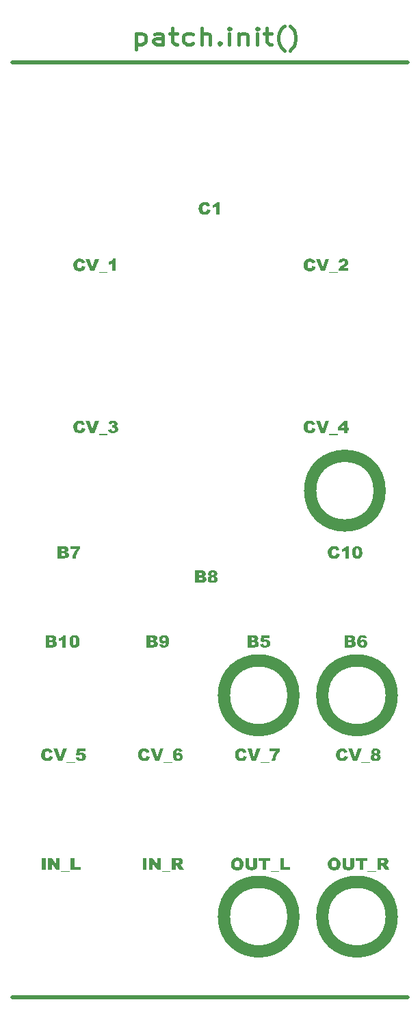
<source format=gbr>
G04 #@! TF.GenerationSoftware,KiCad,Pcbnew,9.0.1*
G04 #@! TF.CreationDate,2025-05-08T16:01:15-05:00*
G04 #@! TF.ProjectId,blank,626c616e-6b2e-46b6-9963-61645f706362,rev?*
G04 #@! TF.SameCoordinates,Original*
G04 #@! TF.FileFunction,Legend,Top*
G04 #@! TF.FilePolarity,Positive*
%FSLAX46Y46*%
G04 Gerber Fmt 4.6, Leading zero omitted, Abs format (unit mm)*
G04 Created by KiCad (PCBNEW 9.0.1) date 2025-05-08 16:01:15*
%MOMM*%
%LPD*%
G01*
G04 APERTURE LIST*
%ADD10C,0.500000*%
%ADD11C,0.400000*%
%ADD12C,0.250000*%
%ADD13C,1.500000*%
%ADD14C,0.187500*%
G04 APERTURE END LIST*
D10*
X27500000Y-149000000D02*
X76500000Y-149000000D01*
D11*
X42858395Y-29901104D02*
X42858395Y-31901104D01*
X42858395Y-29996342D02*
X43096490Y-29901104D01*
X43096490Y-29901104D02*
X43572680Y-29901104D01*
X43572680Y-29901104D02*
X43810776Y-29996342D01*
X43810776Y-29996342D02*
X43929823Y-30091580D01*
X43929823Y-30091580D02*
X44048871Y-30282057D01*
X44048871Y-30282057D02*
X44048871Y-30853485D01*
X44048871Y-30853485D02*
X43929823Y-31043961D01*
X43929823Y-31043961D02*
X43810776Y-31139200D01*
X43810776Y-31139200D02*
X43572680Y-31234438D01*
X43572680Y-31234438D02*
X43096490Y-31234438D01*
X43096490Y-31234438D02*
X42858395Y-31139200D01*
X46191728Y-31234438D02*
X46191728Y-30186819D01*
X46191728Y-30186819D02*
X46072681Y-29996342D01*
X46072681Y-29996342D02*
X45834585Y-29901104D01*
X45834585Y-29901104D02*
X45358395Y-29901104D01*
X45358395Y-29901104D02*
X45120300Y-29996342D01*
X46191728Y-31139200D02*
X45953633Y-31234438D01*
X45953633Y-31234438D02*
X45358395Y-31234438D01*
X45358395Y-31234438D02*
X45120300Y-31139200D01*
X45120300Y-31139200D02*
X45001252Y-30948723D01*
X45001252Y-30948723D02*
X45001252Y-30758247D01*
X45001252Y-30758247D02*
X45120300Y-30567771D01*
X45120300Y-30567771D02*
X45358395Y-30472533D01*
X45358395Y-30472533D02*
X45953633Y-30472533D01*
X45953633Y-30472533D02*
X46191728Y-30377295D01*
X47025062Y-29901104D02*
X47977443Y-29901104D01*
X47382205Y-29234438D02*
X47382205Y-30948723D01*
X47382205Y-30948723D02*
X47501252Y-31139200D01*
X47501252Y-31139200D02*
X47739347Y-31234438D01*
X47739347Y-31234438D02*
X47977443Y-31234438D01*
X49882204Y-31139200D02*
X49644109Y-31234438D01*
X49644109Y-31234438D02*
X49167918Y-31234438D01*
X49167918Y-31234438D02*
X48929823Y-31139200D01*
X48929823Y-31139200D02*
X48810776Y-31043961D01*
X48810776Y-31043961D02*
X48691728Y-30853485D01*
X48691728Y-30853485D02*
X48691728Y-30282057D01*
X48691728Y-30282057D02*
X48810776Y-30091580D01*
X48810776Y-30091580D02*
X48929823Y-29996342D01*
X48929823Y-29996342D02*
X49167918Y-29901104D01*
X49167918Y-29901104D02*
X49644109Y-29901104D01*
X49644109Y-29901104D02*
X49882204Y-29996342D01*
X50953633Y-31234438D02*
X50953633Y-29234438D01*
X52025061Y-31234438D02*
X52025061Y-30186819D01*
X52025061Y-30186819D02*
X51906014Y-29996342D01*
X51906014Y-29996342D02*
X51667918Y-29901104D01*
X51667918Y-29901104D02*
X51310775Y-29901104D01*
X51310775Y-29901104D02*
X51072680Y-29996342D01*
X51072680Y-29996342D02*
X50953633Y-30091580D01*
X53215538Y-31043961D02*
X53334585Y-31139200D01*
X53334585Y-31139200D02*
X53215538Y-31234438D01*
X53215538Y-31234438D02*
X53096490Y-31139200D01*
X53096490Y-31139200D02*
X53215538Y-31043961D01*
X53215538Y-31043961D02*
X53215538Y-31234438D01*
X54406014Y-31234438D02*
X54406014Y-29901104D01*
X54406014Y-29234438D02*
X54286966Y-29329676D01*
X54286966Y-29329676D02*
X54406014Y-29424914D01*
X54406014Y-29424914D02*
X54525061Y-29329676D01*
X54525061Y-29329676D02*
X54406014Y-29234438D01*
X54406014Y-29234438D02*
X54406014Y-29424914D01*
X55596490Y-29901104D02*
X55596490Y-31234438D01*
X55596490Y-30091580D02*
X55715537Y-29996342D01*
X55715537Y-29996342D02*
X55953632Y-29901104D01*
X55953632Y-29901104D02*
X56310775Y-29901104D01*
X56310775Y-29901104D02*
X56548871Y-29996342D01*
X56548871Y-29996342D02*
X56667918Y-30186819D01*
X56667918Y-30186819D02*
X56667918Y-31234438D01*
X57858395Y-31234438D02*
X57858395Y-29901104D01*
X57858395Y-29234438D02*
X57739347Y-29329676D01*
X57739347Y-29329676D02*
X57858395Y-29424914D01*
X57858395Y-29424914D02*
X57977442Y-29329676D01*
X57977442Y-29329676D02*
X57858395Y-29234438D01*
X57858395Y-29234438D02*
X57858395Y-29424914D01*
X58691728Y-29901104D02*
X59644109Y-29901104D01*
X59048871Y-29234438D02*
X59048871Y-30948723D01*
X59048871Y-30948723D02*
X59167918Y-31139200D01*
X59167918Y-31139200D02*
X59406013Y-31234438D01*
X59406013Y-31234438D02*
X59644109Y-31234438D01*
X61191727Y-31996342D02*
X61072680Y-31901104D01*
X61072680Y-31901104D02*
X60834584Y-31615390D01*
X60834584Y-31615390D02*
X60715537Y-31424914D01*
X60715537Y-31424914D02*
X60596489Y-31139200D01*
X60596489Y-31139200D02*
X60477442Y-30663009D01*
X60477442Y-30663009D02*
X60477442Y-30282057D01*
X60477442Y-30282057D02*
X60596489Y-29805866D01*
X60596489Y-29805866D02*
X60715537Y-29520152D01*
X60715537Y-29520152D02*
X60834584Y-29329676D01*
X60834584Y-29329676D02*
X61072680Y-29043961D01*
X61072680Y-29043961D02*
X61191727Y-28948723D01*
X61906013Y-31996342D02*
X62025061Y-31901104D01*
X62025061Y-31901104D02*
X62263156Y-31615390D01*
X62263156Y-31615390D02*
X62382204Y-31424914D01*
X62382204Y-31424914D02*
X62501251Y-31139200D01*
X62501251Y-31139200D02*
X62620299Y-30663009D01*
X62620299Y-30663009D02*
X62620299Y-30282057D01*
X62620299Y-30282057D02*
X62501251Y-29805866D01*
X62501251Y-29805866D02*
X62382204Y-29520152D01*
X62382204Y-29520152D02*
X62263156Y-29329676D01*
X62263156Y-29329676D02*
X62025061Y-29043961D01*
X62025061Y-29043961D02*
X61906013Y-28948723D01*
D10*
X27500000Y-33500000D02*
X76500000Y-33500000D01*
D12*
G36*
X51654505Y-51622821D02*
G01*
X52067031Y-51747935D01*
X52032574Y-51861003D01*
X51988914Y-51956450D01*
X51936697Y-52036630D01*
X51872655Y-52107178D01*
X51799690Y-52164700D01*
X51716878Y-52210012D01*
X51627428Y-52240948D01*
X51517515Y-52261130D01*
X51383121Y-52268447D01*
X51220127Y-52259485D01*
X51088024Y-52234864D01*
X50981585Y-52197281D01*
X50908854Y-52156614D01*
X50840009Y-52102389D01*
X50774597Y-52033115D01*
X50712491Y-51946779D01*
X50665049Y-51855773D01*
X50629696Y-51750611D01*
X50607292Y-51628979D01*
X50599376Y-51488183D01*
X50608498Y-51336609D01*
X50634283Y-51206438D01*
X50674972Y-51094516D01*
X50729690Y-50998180D01*
X50798495Y-50915372D01*
X50881083Y-50845823D01*
X50976491Y-50790733D01*
X51086631Y-50749927D01*
X51214005Y-50724156D01*
X51361597Y-50715062D01*
X51505934Y-50723372D01*
X51626288Y-50746526D01*
X51726432Y-50782464D01*
X51809569Y-50830009D01*
X51883158Y-50892469D01*
X51948258Y-50970996D01*
X52005044Y-51067833D01*
X52053018Y-51185932D01*
X51637286Y-51278347D01*
X51612941Y-51213254D01*
X51591857Y-51176223D01*
X51548813Y-51129368D01*
X51497609Y-51095165D01*
X51439279Y-51074041D01*
X51372862Y-51066772D01*
X51297698Y-51074980D01*
X51234287Y-51098443D01*
X51180055Y-51136923D01*
X51133535Y-51192160D01*
X51101323Y-51257774D01*
X51079008Y-51352471D01*
X51070429Y-51485618D01*
X51076702Y-51616070D01*
X51093116Y-51711230D01*
X51116686Y-51778810D01*
X51145442Y-51825329D01*
X51186126Y-51864811D01*
X51233817Y-51893038D01*
X51289912Y-51910560D01*
X51356468Y-51916737D01*
X51441245Y-51907554D01*
X51506110Y-51882340D01*
X51555770Y-51842457D01*
X51594291Y-51789306D01*
X51627570Y-51717578D01*
X51654505Y-51622821D01*
G37*
G36*
X53170245Y-50715062D02*
G01*
X53170245Y-52245000D01*
X52742240Y-52245000D01*
X52742240Y-51251511D01*
X52643055Y-51320058D01*
X52548159Y-51373510D01*
X52444880Y-51418444D01*
X52303611Y-51466384D01*
X52303611Y-51120353D01*
X52444468Y-51067300D01*
X52553321Y-51011786D01*
X52635628Y-50954573D01*
X52708002Y-50885491D01*
X52769375Y-50806006D01*
X52820184Y-50715062D01*
X53170245Y-50715062D01*
G37*
G36*
X67526894Y-131724276D02*
G01*
X67658515Y-131750337D01*
X67771875Y-131791493D01*
X67869628Y-131846879D01*
X67953825Y-131916563D01*
X68024835Y-132000221D01*
X68080917Y-132096330D01*
X68122338Y-132206721D01*
X68148427Y-132333809D01*
X68157615Y-132480489D01*
X68151287Y-132614081D01*
X68133460Y-132728976D01*
X68105565Y-132827636D01*
X68068588Y-132912249D01*
X68018997Y-132992068D01*
X67959984Y-133061928D01*
X67891053Y-133122646D01*
X67811309Y-133174658D01*
X67726383Y-133214051D01*
X67629476Y-133243389D01*
X67518792Y-133261926D01*
X67392280Y-133268447D01*
X67223720Y-133258405D01*
X67084694Y-133230549D01*
X66970320Y-133187480D01*
X66891560Y-133141726D01*
X66820464Y-133084405D01*
X66756403Y-133014671D01*
X66699118Y-132931209D01*
X66655413Y-132842417D01*
X66622946Y-132741087D01*
X66602459Y-132625281D01*
X66595413Y-132495693D01*
X67065300Y-132495693D01*
X67071863Y-132611800D01*
X67089480Y-132700962D01*
X67115684Y-132768491D01*
X67149014Y-132818826D01*
X67194191Y-132861292D01*
X67246232Y-132891532D01*
X67306498Y-132910197D01*
X67376984Y-132916737D01*
X67449810Y-132910198D01*
X67510913Y-132891705D01*
X67562559Y-132862060D01*
X67606328Y-132820841D01*
X67637833Y-132771839D01*
X67663324Y-132702188D01*
X67680898Y-132605782D01*
X67687569Y-132475360D01*
X67681083Y-132367883D01*
X67663509Y-132283870D01*
X67637032Y-132218837D01*
X67602848Y-132169079D01*
X67557333Y-132127343D01*
X67504852Y-132097534D01*
X67444025Y-132079099D01*
X67372862Y-132072634D01*
X67305139Y-132079082D01*
X67246451Y-132097606D01*
X67194996Y-132127852D01*
X67149563Y-132170636D01*
X67116058Y-132220952D01*
X67089682Y-132288717D01*
X67071924Y-132378480D01*
X67065300Y-132495693D01*
X66595413Y-132495693D01*
X66595254Y-132492762D01*
X66604531Y-132343984D01*
X66630880Y-132214994D01*
X66672717Y-132102882D01*
X66729358Y-132005212D01*
X66801059Y-131920135D01*
X66886430Y-131848668D01*
X66984290Y-131792218D01*
X67096471Y-131750536D01*
X67225375Y-131724296D01*
X67373870Y-131715062D01*
X67526894Y-131724276D01*
G37*
G36*
X69379531Y-131738510D02*
G01*
X69848569Y-131738510D01*
X69848569Y-132634270D01*
X69838004Y-132764682D01*
X69806895Y-132886054D01*
X69773778Y-132961940D01*
X69730339Y-133030843D01*
X69676103Y-133093508D01*
X69613682Y-133148370D01*
X69551467Y-133189441D01*
X69488982Y-133218255D01*
X69397198Y-133245102D01*
X69289448Y-133262316D01*
X69163193Y-133268447D01*
X69051108Y-133264777D01*
X68923316Y-133253060D01*
X68799986Y-133228990D01*
X68705787Y-133192060D01*
X68623127Y-133137684D01*
X68545594Y-133062184D01*
X68483336Y-132974701D01*
X68446127Y-132888344D01*
X68412933Y-132748129D01*
X68402987Y-132634270D01*
X68402987Y-131738510D01*
X68872025Y-131738510D01*
X68872025Y-132653871D01*
X68880211Y-132731907D01*
X68902967Y-132793712D01*
X68939253Y-132842915D01*
X68988092Y-132879664D01*
X69049246Y-132902630D01*
X69126282Y-132910875D01*
X69202720Y-132902765D01*
X69263534Y-132880165D01*
X69312212Y-132844014D01*
X69348419Y-132795375D01*
X69371263Y-132733309D01*
X69379531Y-132653871D01*
X69379531Y-131738510D01*
G37*
G36*
X70044757Y-131738510D02*
G01*
X71461579Y-131738510D01*
X71461579Y-132113667D01*
X70988145Y-132113667D01*
X70988145Y-133245000D01*
X70518100Y-133245000D01*
X70518100Y-132113667D01*
X70044757Y-132113667D01*
X70044757Y-131738510D01*
G37*
G36*
X71499590Y-133397407D02*
G01*
X72579265Y-133397407D01*
X72579265Y-133508782D01*
X71499590Y-133508782D01*
X71499590Y-133397407D01*
G37*
G36*
X73642424Y-131743524D02*
G01*
X73749928Y-131756706D01*
X73827560Y-131775604D01*
X73899005Y-131807362D01*
X73960112Y-131852821D01*
X74012207Y-131913174D01*
X74050488Y-131983249D01*
X74074165Y-132064029D01*
X74082458Y-132157997D01*
X74076114Y-132240328D01*
X74057977Y-132312023D01*
X74028785Y-132374884D01*
X73988708Y-132431622D01*
X73939822Y-132480725D01*
X73881324Y-132522712D01*
X73816158Y-132553902D01*
X73727634Y-132580140D01*
X73795956Y-132607363D01*
X73839467Y-132632896D01*
X73867024Y-132657920D01*
X73914296Y-132712764D01*
X73979784Y-132807103D01*
X74206380Y-133245000D01*
X73675152Y-133245000D01*
X73426299Y-132784388D01*
X73377767Y-132705566D01*
X73343226Y-132669624D01*
X73290753Y-132644020D01*
X73231119Y-132635369D01*
X73193108Y-132635369D01*
X73193108Y-133245000D01*
X72720956Y-133245000D01*
X72720956Y-132348140D01*
X73193108Y-132348140D01*
X73385908Y-132348140D01*
X73508182Y-132327807D01*
X73549043Y-132311805D01*
X73581821Y-132281736D01*
X73603203Y-132242113D01*
X73610397Y-132196648D01*
X73604960Y-132151228D01*
X73589772Y-132115540D01*
X73565151Y-132087288D01*
X73532216Y-132068413D01*
X73478145Y-132054694D01*
X73394059Y-132049187D01*
X73193108Y-132049187D01*
X73193108Y-132348140D01*
X72720956Y-132348140D01*
X72720956Y-131738510D01*
X73497557Y-131738510D01*
X73642424Y-131743524D01*
G37*
G36*
X55526894Y-131724276D02*
G01*
X55658515Y-131750337D01*
X55771875Y-131791493D01*
X55869628Y-131846879D01*
X55953825Y-131916563D01*
X56024835Y-132000221D01*
X56080917Y-132096330D01*
X56122338Y-132206721D01*
X56148427Y-132333809D01*
X56157615Y-132480489D01*
X56151287Y-132614081D01*
X56133460Y-132728976D01*
X56105565Y-132827636D01*
X56068588Y-132912249D01*
X56018997Y-132992068D01*
X55959984Y-133061928D01*
X55891053Y-133122646D01*
X55811309Y-133174658D01*
X55726383Y-133214051D01*
X55629476Y-133243389D01*
X55518792Y-133261926D01*
X55392280Y-133268447D01*
X55223720Y-133258405D01*
X55084694Y-133230549D01*
X54970320Y-133187480D01*
X54891560Y-133141726D01*
X54820464Y-133084405D01*
X54756403Y-133014671D01*
X54699118Y-132931209D01*
X54655413Y-132842417D01*
X54622946Y-132741087D01*
X54602459Y-132625281D01*
X54595413Y-132495693D01*
X55065300Y-132495693D01*
X55071863Y-132611800D01*
X55089480Y-132700962D01*
X55115684Y-132768491D01*
X55149014Y-132818826D01*
X55194191Y-132861292D01*
X55246232Y-132891532D01*
X55306498Y-132910197D01*
X55376984Y-132916737D01*
X55449810Y-132910198D01*
X55510913Y-132891705D01*
X55562559Y-132862060D01*
X55606328Y-132820841D01*
X55637833Y-132771839D01*
X55663324Y-132702188D01*
X55680898Y-132605782D01*
X55687569Y-132475360D01*
X55681083Y-132367883D01*
X55663509Y-132283870D01*
X55637032Y-132218837D01*
X55602848Y-132169079D01*
X55557333Y-132127343D01*
X55504852Y-132097534D01*
X55444025Y-132079099D01*
X55372862Y-132072634D01*
X55305139Y-132079082D01*
X55246451Y-132097606D01*
X55194996Y-132127852D01*
X55149563Y-132170636D01*
X55116058Y-132220952D01*
X55089682Y-132288717D01*
X55071924Y-132378480D01*
X55065300Y-132495693D01*
X54595413Y-132495693D01*
X54595254Y-132492762D01*
X54604531Y-132343984D01*
X54630880Y-132214994D01*
X54672717Y-132102882D01*
X54729358Y-132005212D01*
X54801059Y-131920135D01*
X54886430Y-131848668D01*
X54984290Y-131792218D01*
X55096471Y-131750536D01*
X55225375Y-131724296D01*
X55373870Y-131715062D01*
X55526894Y-131724276D01*
G37*
G36*
X57379531Y-131738510D02*
G01*
X57848569Y-131738510D01*
X57848569Y-132634270D01*
X57838004Y-132764682D01*
X57806895Y-132886054D01*
X57773778Y-132961940D01*
X57730339Y-133030843D01*
X57676103Y-133093508D01*
X57613682Y-133148370D01*
X57551467Y-133189441D01*
X57488982Y-133218255D01*
X57397198Y-133245102D01*
X57289448Y-133262316D01*
X57163193Y-133268447D01*
X57051108Y-133264777D01*
X56923316Y-133253060D01*
X56799986Y-133228990D01*
X56705787Y-133192060D01*
X56623127Y-133137684D01*
X56545594Y-133062184D01*
X56483336Y-132974701D01*
X56446127Y-132888344D01*
X56412933Y-132748129D01*
X56402987Y-132634270D01*
X56402987Y-131738510D01*
X56872025Y-131738510D01*
X56872025Y-132653871D01*
X56880211Y-132731907D01*
X56902967Y-132793712D01*
X56939253Y-132842915D01*
X56988092Y-132879664D01*
X57049246Y-132902630D01*
X57126282Y-132910875D01*
X57202720Y-132902765D01*
X57263534Y-132880165D01*
X57312212Y-132844014D01*
X57348419Y-132795375D01*
X57371263Y-132733309D01*
X57379531Y-132653871D01*
X57379531Y-131738510D01*
G37*
G36*
X58044757Y-131738510D02*
G01*
X59461579Y-131738510D01*
X59461579Y-132113667D01*
X58988145Y-132113667D01*
X58988145Y-133245000D01*
X58518100Y-133245000D01*
X58518100Y-132113667D01*
X58044757Y-132113667D01*
X58044757Y-131738510D01*
G37*
G36*
X59499590Y-133397407D02*
G01*
X60579265Y-133397407D01*
X60579265Y-133508782D01*
X59499590Y-133508782D01*
X59499590Y-133397407D01*
G37*
G36*
X60714820Y-131738510D02*
G01*
X61184865Y-131738510D01*
X61184865Y-132869842D01*
X61909351Y-132869842D01*
X61909351Y-133245000D01*
X60714820Y-133245000D01*
X60714820Y-131738510D01*
G37*
G36*
X43672191Y-131738510D02*
G01*
X44143244Y-131738510D01*
X44143244Y-133245000D01*
X43672191Y-133245000D01*
X43672191Y-131738510D01*
G37*
G36*
X44473063Y-131738510D02*
G01*
X44910960Y-131738510D01*
X45472138Y-132561913D01*
X45472138Y-131738510D01*
X45915531Y-131738510D01*
X45915531Y-133245000D01*
X45473512Y-133245000D01*
X44915448Y-132426267D01*
X44915448Y-133245000D01*
X44473063Y-133245000D01*
X44473063Y-131738510D01*
G37*
G36*
X46052276Y-133397407D02*
G01*
X47131952Y-133397407D01*
X47131952Y-133508782D01*
X46052276Y-133508782D01*
X46052276Y-133397407D01*
G37*
G36*
X48195110Y-131743524D02*
G01*
X48302614Y-131756706D01*
X48380246Y-131775604D01*
X48451692Y-131807362D01*
X48512798Y-131852821D01*
X48564894Y-131913174D01*
X48603175Y-131983249D01*
X48626852Y-132064029D01*
X48635144Y-132157997D01*
X48628801Y-132240328D01*
X48610664Y-132312023D01*
X48581472Y-132374884D01*
X48541394Y-132431622D01*
X48492509Y-132480725D01*
X48434010Y-132522712D01*
X48368845Y-132553902D01*
X48280321Y-132580140D01*
X48348643Y-132607363D01*
X48392153Y-132632896D01*
X48419711Y-132657920D01*
X48466983Y-132712764D01*
X48532471Y-132807103D01*
X48759067Y-133245000D01*
X48227839Y-133245000D01*
X47978986Y-132784388D01*
X47930454Y-132705566D01*
X47895913Y-132669624D01*
X47843439Y-132644020D01*
X47783805Y-132635369D01*
X47745795Y-132635369D01*
X47745795Y-133245000D01*
X47273643Y-133245000D01*
X47273643Y-132348140D01*
X47745795Y-132348140D01*
X47938594Y-132348140D01*
X48060868Y-132327807D01*
X48101730Y-132311805D01*
X48134508Y-132281736D01*
X48155889Y-132242113D01*
X48163084Y-132196648D01*
X48157647Y-132151228D01*
X48142458Y-132115540D01*
X48117838Y-132087288D01*
X48084902Y-132068413D01*
X48030832Y-132054694D01*
X47946746Y-132049187D01*
X47745795Y-132049187D01*
X47745795Y-132348140D01*
X47273643Y-132348140D01*
X47273643Y-131738510D01*
X48050244Y-131738510D01*
X48195110Y-131743524D01*
G37*
G36*
X31172191Y-131738510D02*
G01*
X31643244Y-131738510D01*
X31643244Y-133245000D01*
X31172191Y-133245000D01*
X31172191Y-131738510D01*
G37*
G36*
X31973063Y-131738510D02*
G01*
X32410960Y-131738510D01*
X32972138Y-132561913D01*
X32972138Y-131738510D01*
X33415531Y-131738510D01*
X33415531Y-133245000D01*
X32973512Y-133245000D01*
X32415448Y-132426267D01*
X32415448Y-133245000D01*
X31973063Y-133245000D01*
X31973063Y-131738510D01*
G37*
G36*
X33552276Y-133397407D02*
G01*
X34631952Y-133397407D01*
X34631952Y-133508782D01*
X33552276Y-133508782D01*
X33552276Y-133397407D01*
G37*
G36*
X34767506Y-131738510D02*
G01*
X35237552Y-131738510D01*
X35237552Y-132869842D01*
X35962037Y-132869842D01*
X35962037Y-133245000D01*
X34767506Y-133245000D01*
X34767506Y-131738510D01*
G37*
G36*
X68654505Y-119122821D02*
G01*
X69067031Y-119247935D01*
X69032574Y-119361003D01*
X68988914Y-119456450D01*
X68936697Y-119536630D01*
X68872655Y-119607178D01*
X68799690Y-119664700D01*
X68716878Y-119710012D01*
X68627428Y-119740948D01*
X68517515Y-119761130D01*
X68383121Y-119768447D01*
X68220127Y-119759485D01*
X68088024Y-119734864D01*
X67981585Y-119697281D01*
X67908854Y-119656614D01*
X67840009Y-119602389D01*
X67774597Y-119533115D01*
X67712491Y-119446779D01*
X67665049Y-119355773D01*
X67629696Y-119250611D01*
X67607292Y-119128979D01*
X67599376Y-118988183D01*
X67608498Y-118836609D01*
X67634283Y-118706438D01*
X67674972Y-118594516D01*
X67729690Y-118498180D01*
X67798495Y-118415372D01*
X67881083Y-118345823D01*
X67976491Y-118290733D01*
X68086631Y-118249927D01*
X68214005Y-118224156D01*
X68361597Y-118215062D01*
X68505934Y-118223372D01*
X68626288Y-118246526D01*
X68726432Y-118282464D01*
X68809569Y-118330009D01*
X68883158Y-118392469D01*
X68948258Y-118470996D01*
X69005044Y-118567833D01*
X69053018Y-118685932D01*
X68637286Y-118778347D01*
X68612941Y-118713254D01*
X68591857Y-118676223D01*
X68548813Y-118629368D01*
X68497609Y-118595165D01*
X68439279Y-118574041D01*
X68372862Y-118566772D01*
X68297698Y-118574980D01*
X68234287Y-118598443D01*
X68180055Y-118636923D01*
X68133535Y-118692160D01*
X68101323Y-118757774D01*
X68079008Y-118852471D01*
X68070429Y-118985618D01*
X68076702Y-119116070D01*
X68093116Y-119211230D01*
X68116686Y-119278810D01*
X68145442Y-119325329D01*
X68186126Y-119364811D01*
X68233817Y-119393038D01*
X68289912Y-119410560D01*
X68356468Y-119416737D01*
X68441245Y-119407554D01*
X68506110Y-119382340D01*
X68555770Y-119342457D01*
X68594291Y-119289306D01*
X68627570Y-119217578D01*
X68654505Y-119122821D01*
G37*
G36*
X69136366Y-118238510D02*
G01*
X69628484Y-118238510D01*
X69964440Y-119311499D01*
X70295267Y-118238510D01*
X70773006Y-118238510D01*
X70213385Y-119745000D01*
X69706245Y-119745000D01*
X69136366Y-118238510D01*
G37*
G36*
X70752765Y-119897407D02*
G01*
X71832440Y-119897407D01*
X71832440Y-120008782D01*
X70752765Y-120008782D01*
X70752765Y-119897407D01*
G37*
G36*
X72647478Y-118223812D02*
G01*
X72769854Y-118247589D01*
X72865548Y-118283452D01*
X72939593Y-118329643D01*
X73004362Y-118392213D01*
X73048902Y-118460172D01*
X73075496Y-118534809D01*
X73084582Y-118618246D01*
X73078201Y-118684211D01*
X73059133Y-118747040D01*
X73026788Y-118807840D01*
X72974670Y-118869158D01*
X72894988Y-118931762D01*
X72968904Y-118975136D01*
X73027707Y-119026232D01*
X73073316Y-119085361D01*
X73106848Y-119152242D01*
X73126948Y-119223412D01*
X73133766Y-119300142D01*
X73127917Y-119374500D01*
X73110586Y-119444868D01*
X73081651Y-119512175D01*
X73043021Y-119574694D01*
X73000418Y-119624923D01*
X72953790Y-119664399D01*
X72871338Y-119709858D01*
X72765295Y-119743259D01*
X72650485Y-119761993D01*
X72525235Y-119768447D01*
X72365102Y-119760850D01*
X72245910Y-119740808D01*
X72159146Y-119711752D01*
X72080296Y-119667191D01*
X72016668Y-119611733D01*
X71966438Y-119544690D01*
X71929944Y-119468723D01*
X71907913Y-119387021D01*
X71900401Y-119298127D01*
X71901688Y-119282923D01*
X72322269Y-119282923D01*
X72329268Y-119345789D01*
X72349218Y-119398301D01*
X72381895Y-119442749D01*
X72424663Y-119477859D01*
X72469584Y-119497975D01*
X72518091Y-119504665D01*
X72564512Y-119497961D01*
X72608096Y-119477629D01*
X72650257Y-119441741D01*
X72682433Y-119396712D01*
X72702027Y-119344145D01*
X72708875Y-119281915D01*
X72701936Y-119219064D01*
X72682140Y-119166381D01*
X72649707Y-119121631D01*
X72607223Y-119086266D01*
X72562165Y-119065947D01*
X72513053Y-119059166D01*
X72464487Y-119065778D01*
X72420407Y-119085492D01*
X72379330Y-119119616D01*
X72348438Y-119163019D01*
X72329160Y-119216516D01*
X72322269Y-119282923D01*
X71901688Y-119282923D01*
X71907758Y-119211208D01*
X71928704Y-119136742D01*
X71962408Y-119072446D01*
X72009135Y-119017010D01*
X72069967Y-118970157D01*
X72147330Y-118931762D01*
X72063382Y-118876607D01*
X72008478Y-118818006D01*
X71974221Y-118756763D01*
X71953552Y-118689694D01*
X71948735Y-118639037D01*
X72344801Y-118639037D01*
X72350418Y-118687445D01*
X72366395Y-118727446D01*
X72392611Y-118760945D01*
X72427028Y-118786055D01*
X72468863Y-118801591D01*
X72520198Y-118807107D01*
X72565309Y-118801815D01*
X72603361Y-118786627D01*
X72635969Y-118761495D01*
X72660794Y-118728585D01*
X72675914Y-118689686D01*
X72681215Y-118643067D01*
X72675664Y-118594601D01*
X72659841Y-118554269D01*
X72633862Y-118520244D01*
X72599832Y-118494213D01*
X72560122Y-118478470D01*
X72513053Y-118472983D01*
X72465185Y-118478398D01*
X72425295Y-118493832D01*
X72391604Y-118519145D01*
X72365892Y-118552471D01*
X72350271Y-118591845D01*
X72344801Y-118639037D01*
X71948735Y-118639037D01*
X71946471Y-118615224D01*
X71957388Y-118526198D01*
X71989524Y-118446653D01*
X72044092Y-118374006D01*
X72124982Y-118306928D01*
X72195680Y-118268657D01*
X72278965Y-118239938D01*
X72377033Y-118221592D01*
X72492445Y-118215062D01*
X72647478Y-118223812D01*
G37*
G36*
X56154505Y-119122821D02*
G01*
X56567031Y-119247935D01*
X56532574Y-119361003D01*
X56488914Y-119456450D01*
X56436697Y-119536630D01*
X56372655Y-119607178D01*
X56299690Y-119664700D01*
X56216878Y-119710012D01*
X56127428Y-119740948D01*
X56017515Y-119761130D01*
X55883121Y-119768447D01*
X55720127Y-119759485D01*
X55588024Y-119734864D01*
X55481585Y-119697281D01*
X55408854Y-119656614D01*
X55340009Y-119602389D01*
X55274597Y-119533115D01*
X55212491Y-119446779D01*
X55165049Y-119355773D01*
X55129696Y-119250611D01*
X55107292Y-119128979D01*
X55099376Y-118988183D01*
X55108498Y-118836609D01*
X55134283Y-118706438D01*
X55174972Y-118594516D01*
X55229690Y-118498180D01*
X55298495Y-118415372D01*
X55381083Y-118345823D01*
X55476491Y-118290733D01*
X55586631Y-118249927D01*
X55714005Y-118224156D01*
X55861597Y-118215062D01*
X56005934Y-118223372D01*
X56126288Y-118246526D01*
X56226432Y-118282464D01*
X56309569Y-118330009D01*
X56383158Y-118392469D01*
X56448258Y-118470996D01*
X56505044Y-118567833D01*
X56553018Y-118685932D01*
X56137286Y-118778347D01*
X56112941Y-118713254D01*
X56091857Y-118676223D01*
X56048813Y-118629368D01*
X55997609Y-118595165D01*
X55939279Y-118574041D01*
X55872862Y-118566772D01*
X55797698Y-118574980D01*
X55734287Y-118598443D01*
X55680055Y-118636923D01*
X55633535Y-118692160D01*
X55601323Y-118757774D01*
X55579008Y-118852471D01*
X55570429Y-118985618D01*
X55576702Y-119116070D01*
X55593116Y-119211230D01*
X55616686Y-119278810D01*
X55645442Y-119325329D01*
X55686126Y-119364811D01*
X55733817Y-119393038D01*
X55789912Y-119410560D01*
X55856468Y-119416737D01*
X55941245Y-119407554D01*
X56006110Y-119382340D01*
X56055770Y-119342457D01*
X56094291Y-119289306D01*
X56127570Y-119217578D01*
X56154505Y-119122821D01*
G37*
G36*
X56636366Y-118238510D02*
G01*
X57128484Y-118238510D01*
X57464440Y-119311499D01*
X57795267Y-118238510D01*
X58273006Y-118238510D01*
X57713385Y-119745000D01*
X57206245Y-119745000D01*
X56636366Y-118238510D01*
G37*
G36*
X58252765Y-119897407D02*
G01*
X59332440Y-119897407D01*
X59332440Y-120008782D01*
X58252765Y-120008782D01*
X58252765Y-119897407D01*
G37*
G36*
X59407545Y-118238510D02*
G01*
X60631751Y-118238510D01*
X60631751Y-118523907D01*
X60529997Y-118623843D01*
X60441676Y-118727272D01*
X60365954Y-118834401D01*
X60286904Y-118972731D01*
X60219008Y-119122664D01*
X60162438Y-119285212D01*
X60128687Y-119415134D01*
X60101607Y-119567439D01*
X60082388Y-119745000D01*
X59660153Y-119745000D01*
X59702199Y-119498215D01*
X59754644Y-119293238D01*
X59815583Y-119124470D01*
X59894635Y-118963352D01*
X60003372Y-118787830D01*
X60146227Y-118596081D01*
X59407545Y-118596081D01*
X59407545Y-118238510D01*
G37*
D13*
X74495000Y-111656903D02*
G75*
G02*
X65895000Y-111656903I-4300000J0D01*
G01*
X65895000Y-111656903D02*
G75*
G02*
X74495000Y-111656903I4300000J0D01*
G01*
D12*
G36*
X44154505Y-119122821D02*
G01*
X44567031Y-119247935D01*
X44532574Y-119361003D01*
X44488914Y-119456450D01*
X44436697Y-119536630D01*
X44372655Y-119607178D01*
X44299690Y-119664700D01*
X44216878Y-119710012D01*
X44127428Y-119740948D01*
X44017515Y-119761130D01*
X43883121Y-119768447D01*
X43720127Y-119759485D01*
X43588024Y-119734864D01*
X43481585Y-119697281D01*
X43408854Y-119656614D01*
X43340009Y-119602389D01*
X43274597Y-119533115D01*
X43212491Y-119446779D01*
X43165049Y-119355773D01*
X43129696Y-119250611D01*
X43107292Y-119128979D01*
X43099376Y-118988183D01*
X43108498Y-118836609D01*
X43134283Y-118706438D01*
X43174972Y-118594516D01*
X43229690Y-118498180D01*
X43298495Y-118415372D01*
X43381083Y-118345823D01*
X43476491Y-118290733D01*
X43586631Y-118249927D01*
X43714005Y-118224156D01*
X43861597Y-118215062D01*
X44005934Y-118223372D01*
X44126288Y-118246526D01*
X44226432Y-118282464D01*
X44309569Y-118330009D01*
X44383158Y-118392469D01*
X44448258Y-118470996D01*
X44505044Y-118567833D01*
X44553018Y-118685932D01*
X44137286Y-118778347D01*
X44112941Y-118713254D01*
X44091857Y-118676223D01*
X44048813Y-118629368D01*
X43997609Y-118595165D01*
X43939279Y-118574041D01*
X43872862Y-118566772D01*
X43797698Y-118574980D01*
X43734287Y-118598443D01*
X43680055Y-118636923D01*
X43633535Y-118692160D01*
X43601323Y-118757774D01*
X43579008Y-118852471D01*
X43570429Y-118985618D01*
X43576702Y-119116070D01*
X43593116Y-119211230D01*
X43616686Y-119278810D01*
X43645442Y-119325329D01*
X43686126Y-119364811D01*
X43733817Y-119393038D01*
X43789912Y-119410560D01*
X43856468Y-119416737D01*
X43941245Y-119407554D01*
X44006110Y-119382340D01*
X44055770Y-119342457D01*
X44094291Y-119289306D01*
X44127570Y-119217578D01*
X44154505Y-119122821D01*
G37*
G36*
X44636366Y-118238510D02*
G01*
X45128484Y-118238510D01*
X45464440Y-119311499D01*
X45795267Y-118238510D01*
X46273006Y-118238510D01*
X45713385Y-119745000D01*
X45206245Y-119745000D01*
X44636366Y-118238510D01*
G37*
G36*
X46252765Y-119897407D02*
G01*
X47332440Y-119897407D01*
X47332440Y-120008782D01*
X46252765Y-120008782D01*
X46252765Y-119897407D01*
G37*
G36*
X48171067Y-118220541D02*
G01*
X48264233Y-118235251D01*
X48335362Y-118257011D01*
X48401864Y-118289667D01*
X48459431Y-118330457D01*
X48509019Y-118379651D01*
X48550256Y-118436302D01*
X48585768Y-118504387D01*
X48615173Y-118585640D01*
X48194037Y-118637389D01*
X48170032Y-118557659D01*
X48139632Y-118513832D01*
X48098033Y-118487750D01*
X48046851Y-118478845D01*
X48000220Y-118485018D01*
X47959721Y-118503080D01*
X47923737Y-118533804D01*
X47891604Y-118579778D01*
X47870859Y-118632242D01*
X47850253Y-118727867D01*
X47832161Y-118886150D01*
X47905293Y-118823371D01*
X47981088Y-118779172D01*
X48064739Y-118752164D01*
X48164637Y-118742627D01*
X48262871Y-118751794D01*
X48351310Y-118778530D01*
X48431997Y-118822769D01*
X48506363Y-118885875D01*
X48567058Y-118961585D01*
X48610338Y-119046073D01*
X48636910Y-119141071D01*
X48646131Y-119248942D01*
X48638126Y-119345895D01*
X48614585Y-119435747D01*
X48575514Y-119519960D01*
X48522092Y-119595408D01*
X48457200Y-119656860D01*
X48379692Y-119705524D01*
X48293996Y-119739101D01*
X48190682Y-119760694D01*
X48066268Y-119768447D01*
X47916822Y-119758734D01*
X47797650Y-119732146D01*
X47703109Y-119691510D01*
X47619967Y-119631855D01*
X47547140Y-119551135D01*
X47484207Y-119445863D01*
X47450704Y-119361881D01*
X47425022Y-119261418D01*
X47423427Y-119249950D01*
X47845808Y-119249950D01*
X47853277Y-119327505D01*
X47873918Y-119388723D01*
X47906441Y-119437162D01*
X47950457Y-119475024D01*
X47999356Y-119497147D01*
X48055002Y-119504665D01*
X48106098Y-119497837D01*
X48150575Y-119477833D01*
X48190191Y-119443756D01*
X48218876Y-119399823D01*
X48237689Y-119340511D01*
X48244687Y-119261124D01*
X48237492Y-119179816D01*
X48218009Y-119118068D01*
X48188084Y-119071439D01*
X48146811Y-119034966D01*
X48100651Y-119013660D01*
X48047766Y-119006409D01*
X47993354Y-119013500D01*
X47946002Y-119034236D01*
X47903877Y-119069424D01*
X47872916Y-119114811D01*
X47853064Y-119173682D01*
X47845808Y-119249950D01*
X47423427Y-119249950D01*
X47408383Y-119141764D01*
X47402416Y-118999906D01*
X47410882Y-118830270D01*
X47434322Y-118690122D01*
X47470321Y-118574944D01*
X47517244Y-118480784D01*
X47574332Y-118404381D01*
X47646688Y-118337566D01*
X47728857Y-118285404D01*
X47822236Y-118247261D01*
X47928775Y-118223417D01*
X48050881Y-118215062D01*
X48171067Y-118220541D01*
G37*
G36*
X32154505Y-119122821D02*
G01*
X32567031Y-119247935D01*
X32532574Y-119361003D01*
X32488914Y-119456450D01*
X32436697Y-119536630D01*
X32372655Y-119607178D01*
X32299690Y-119664700D01*
X32216878Y-119710012D01*
X32127428Y-119740948D01*
X32017515Y-119761130D01*
X31883121Y-119768447D01*
X31720127Y-119759485D01*
X31588024Y-119734864D01*
X31481585Y-119697281D01*
X31408854Y-119656614D01*
X31340009Y-119602389D01*
X31274597Y-119533115D01*
X31212491Y-119446779D01*
X31165049Y-119355773D01*
X31129696Y-119250611D01*
X31107292Y-119128979D01*
X31099376Y-118988183D01*
X31108498Y-118836609D01*
X31134283Y-118706438D01*
X31174972Y-118594516D01*
X31229690Y-118498180D01*
X31298495Y-118415372D01*
X31381083Y-118345823D01*
X31476491Y-118290733D01*
X31586631Y-118249927D01*
X31714005Y-118224156D01*
X31861597Y-118215062D01*
X32005934Y-118223372D01*
X32126288Y-118246526D01*
X32226432Y-118282464D01*
X32309569Y-118330009D01*
X32383158Y-118392469D01*
X32448258Y-118470996D01*
X32505044Y-118567833D01*
X32553018Y-118685932D01*
X32137286Y-118778347D01*
X32112941Y-118713254D01*
X32091857Y-118676223D01*
X32048813Y-118629368D01*
X31997609Y-118595165D01*
X31939279Y-118574041D01*
X31872862Y-118566772D01*
X31797698Y-118574980D01*
X31734287Y-118598443D01*
X31680055Y-118636923D01*
X31633535Y-118692160D01*
X31601323Y-118757774D01*
X31579008Y-118852471D01*
X31570429Y-118985618D01*
X31576702Y-119116070D01*
X31593116Y-119211230D01*
X31616686Y-119278810D01*
X31645442Y-119325329D01*
X31686126Y-119364811D01*
X31733817Y-119393038D01*
X31789912Y-119410560D01*
X31856468Y-119416737D01*
X31941245Y-119407554D01*
X32006110Y-119382340D01*
X32055770Y-119342457D01*
X32094291Y-119289306D01*
X32127570Y-119217578D01*
X32154505Y-119122821D01*
G37*
G36*
X32636366Y-118238510D02*
G01*
X33128484Y-118238510D01*
X33464440Y-119311499D01*
X33795267Y-118238510D01*
X34273006Y-118238510D01*
X33713385Y-119745000D01*
X33206245Y-119745000D01*
X32636366Y-118238510D01*
G37*
G36*
X34252765Y-119897407D02*
G01*
X35332440Y-119897407D01*
X35332440Y-120008782D01*
X34252765Y-120008782D01*
X34252765Y-119897407D01*
G37*
G36*
X35569936Y-118238510D02*
G01*
X36566172Y-118238510D01*
X36566172Y-118584357D01*
X35894535Y-118584357D01*
X35860005Y-118800146D01*
X35925969Y-118773118D01*
X35993361Y-118753251D01*
X36061900Y-118740836D01*
X36128825Y-118736765D01*
X36240598Y-118745904D01*
X36337519Y-118772031D01*
X36422216Y-118814174D01*
X36496654Y-118872686D01*
X36558453Y-118945068D01*
X36602103Y-119025089D01*
X36628700Y-119114334D01*
X36637888Y-119215054D01*
X36629912Y-119309867D01*
X36605940Y-119402376D01*
X36565256Y-119493765D01*
X36509845Y-119576276D01*
X36441594Y-119643911D01*
X36359268Y-119698013D01*
X36267598Y-119735467D01*
X36155311Y-119759695D01*
X36018091Y-119768447D01*
X35874691Y-119760870D01*
X35762643Y-119740420D01*
X35662241Y-119704539D01*
X35581385Y-119656614D01*
X35513002Y-119596465D01*
X35460301Y-119530493D01*
X35419155Y-119453904D01*
X35382174Y-119351433D01*
X35810546Y-119305088D01*
X35826555Y-119370957D01*
X35850545Y-119421199D01*
X35881712Y-119458961D01*
X35921255Y-119487684D01*
X35964876Y-119504716D01*
X36013969Y-119510526D01*
X36068216Y-119503271D01*
X36114823Y-119482121D01*
X36155752Y-119446229D01*
X36185256Y-119399972D01*
X36204666Y-119337392D01*
X36211898Y-119253522D01*
X36204469Y-119167614D01*
X36184799Y-119105531D01*
X36155294Y-119061364D01*
X36114152Y-119027987D01*
X36064806Y-119007686D01*
X36004810Y-119000547D01*
X35946452Y-119007695D01*
X35889405Y-119029490D01*
X35848480Y-119056917D01*
X35796898Y-119106976D01*
X35436854Y-119055685D01*
X35569936Y-118238510D01*
G37*
G36*
X69636184Y-104246251D02*
G01*
X69726506Y-104267804D01*
X69800924Y-104301448D01*
X69862142Y-104346587D01*
X69913897Y-104404442D01*
X69950062Y-104467447D01*
X69971890Y-104536768D01*
X69979378Y-104614125D01*
X69969823Y-104700244D01*
X69942024Y-104775980D01*
X69895664Y-104843743D01*
X69855182Y-104881909D01*
X69804522Y-104914540D01*
X69741974Y-104941471D01*
X69839502Y-104974331D01*
X69914819Y-105018696D01*
X69971960Y-105074003D01*
X70013948Y-105141503D01*
X70039873Y-105220629D01*
X70048988Y-105314338D01*
X70042713Y-105391302D01*
X70024392Y-105461465D01*
X69994216Y-105526097D01*
X69953242Y-105584453D01*
X69903640Y-105633803D01*
X69844648Y-105674841D01*
X69777404Y-105702455D01*
X69667328Y-105724483D01*
X69458958Y-105745000D01*
X68654697Y-105745000D01*
X68654697Y-105416737D01*
X69128864Y-105416737D01*
X69362604Y-105416737D01*
X69441250Y-105410954D01*
X69494648Y-105396150D01*
X69529666Y-105374972D01*
X69556265Y-105344237D01*
X69572312Y-105307432D01*
X69577935Y-105262681D01*
X69572450Y-105221323D01*
X69556653Y-105186834D01*
X69530124Y-105157534D01*
X69495586Y-105137532D01*
X69441866Y-105123364D01*
X69361597Y-105117784D01*
X69128864Y-105117784D01*
X69128864Y-105416737D01*
X68654697Y-105416737D01*
X68654697Y-104824692D01*
X69128864Y-104824692D01*
X69327800Y-104824692D01*
X69399174Y-104819604D01*
X69446634Y-104806712D01*
X69476910Y-104788514D01*
X69499434Y-104761779D01*
X69513447Y-104727668D01*
X69518492Y-104683917D01*
X69513565Y-104643571D01*
X69499667Y-104611189D01*
X69476910Y-104584907D01*
X69446729Y-104566869D01*
X69400121Y-104554171D01*
X69330822Y-104549187D01*
X69128864Y-104549187D01*
X69128864Y-104824692D01*
X68654697Y-104824692D01*
X68654697Y-104238510D01*
X69526552Y-104238510D01*
X69636184Y-104246251D01*
G37*
G36*
X70989281Y-104220541D02*
G01*
X71082447Y-104235251D01*
X71153576Y-104257011D01*
X71220078Y-104289667D01*
X71277645Y-104330457D01*
X71327233Y-104379651D01*
X71368470Y-104436302D01*
X71403981Y-104504387D01*
X71433387Y-104585640D01*
X71012251Y-104637389D01*
X70988246Y-104557659D01*
X70957846Y-104513832D01*
X70916246Y-104487750D01*
X70865064Y-104478845D01*
X70818434Y-104485018D01*
X70777935Y-104503080D01*
X70741950Y-104533804D01*
X70709817Y-104579778D01*
X70689073Y-104632242D01*
X70668467Y-104727867D01*
X70650375Y-104886150D01*
X70723506Y-104823371D01*
X70799302Y-104779172D01*
X70882952Y-104752164D01*
X70982850Y-104742627D01*
X71081085Y-104751794D01*
X71169524Y-104778530D01*
X71250210Y-104822769D01*
X71324576Y-104885875D01*
X71385272Y-104961585D01*
X71428552Y-105046073D01*
X71455123Y-105141071D01*
X71464344Y-105248942D01*
X71456340Y-105345895D01*
X71432799Y-105435747D01*
X71393728Y-105519960D01*
X71340305Y-105595408D01*
X71275414Y-105656860D01*
X71197906Y-105705524D01*
X71112209Y-105739101D01*
X71008895Y-105760694D01*
X70884481Y-105768447D01*
X70735035Y-105758734D01*
X70615863Y-105732146D01*
X70521323Y-105691510D01*
X70438181Y-105631855D01*
X70365354Y-105551135D01*
X70302420Y-105445863D01*
X70268917Y-105361881D01*
X70243235Y-105261418D01*
X70241640Y-105249950D01*
X70664022Y-105249950D01*
X70671490Y-105327505D01*
X70692131Y-105388723D01*
X70724655Y-105437162D01*
X70768671Y-105475024D01*
X70817569Y-105497147D01*
X70873216Y-105504665D01*
X70924312Y-105497837D01*
X70968789Y-105477833D01*
X71008404Y-105443756D01*
X71037090Y-105399823D01*
X71055903Y-105340511D01*
X71062901Y-105261124D01*
X71055706Y-105179816D01*
X71036222Y-105118068D01*
X71006297Y-105071439D01*
X70965024Y-105034966D01*
X70918864Y-105013660D01*
X70865980Y-105006409D01*
X70811567Y-105013500D01*
X70764216Y-105034236D01*
X70722090Y-105069424D01*
X70691130Y-105114811D01*
X70671277Y-105173682D01*
X70664022Y-105249950D01*
X70241640Y-105249950D01*
X70226597Y-105141764D01*
X70220629Y-104999906D01*
X70229095Y-104830270D01*
X70252536Y-104690122D01*
X70288535Y-104574944D01*
X70335458Y-104480784D01*
X70392546Y-104404381D01*
X70464902Y-104337566D01*
X70547071Y-104285404D01*
X70640449Y-104247261D01*
X70746989Y-104223417D01*
X70869094Y-104215062D01*
X70989281Y-104220541D01*
G37*
G36*
X57636184Y-104246251D02*
G01*
X57726506Y-104267804D01*
X57800924Y-104301448D01*
X57862142Y-104346587D01*
X57913897Y-104404442D01*
X57950062Y-104467447D01*
X57971890Y-104536768D01*
X57979378Y-104614125D01*
X57969823Y-104700244D01*
X57942024Y-104775980D01*
X57895664Y-104843743D01*
X57855182Y-104881909D01*
X57804522Y-104914540D01*
X57741974Y-104941471D01*
X57839502Y-104974331D01*
X57914819Y-105018696D01*
X57971960Y-105074003D01*
X58013948Y-105141503D01*
X58039873Y-105220629D01*
X58048988Y-105314338D01*
X58042713Y-105391302D01*
X58024392Y-105461465D01*
X57994216Y-105526097D01*
X57953242Y-105584453D01*
X57903640Y-105633803D01*
X57844648Y-105674841D01*
X57777404Y-105702455D01*
X57667328Y-105724483D01*
X57458958Y-105745000D01*
X56654697Y-105745000D01*
X56654697Y-105416737D01*
X57128864Y-105416737D01*
X57362604Y-105416737D01*
X57441250Y-105410954D01*
X57494648Y-105396150D01*
X57529666Y-105374972D01*
X57556265Y-105344237D01*
X57572312Y-105307432D01*
X57577935Y-105262681D01*
X57572450Y-105221323D01*
X57556653Y-105186834D01*
X57530124Y-105157534D01*
X57495586Y-105137532D01*
X57441866Y-105123364D01*
X57361597Y-105117784D01*
X57128864Y-105117784D01*
X57128864Y-105416737D01*
X56654697Y-105416737D01*
X56654697Y-104824692D01*
X57128864Y-104824692D01*
X57327800Y-104824692D01*
X57399174Y-104819604D01*
X57446634Y-104806712D01*
X57476910Y-104788514D01*
X57499434Y-104761779D01*
X57513447Y-104727668D01*
X57518492Y-104683917D01*
X57513565Y-104643571D01*
X57499667Y-104611189D01*
X57476910Y-104584907D01*
X57446729Y-104566869D01*
X57400121Y-104554171D01*
X57330822Y-104549187D01*
X57128864Y-104549187D01*
X57128864Y-104824692D01*
X56654697Y-104824692D01*
X56654697Y-104238510D01*
X57526552Y-104238510D01*
X57636184Y-104246251D01*
G37*
G36*
X58388149Y-104238510D02*
G01*
X59384385Y-104238510D01*
X59384385Y-104584357D01*
X58712748Y-104584357D01*
X58678218Y-104800146D01*
X58744182Y-104773118D01*
X58811575Y-104753251D01*
X58880114Y-104740836D01*
X58947038Y-104736765D01*
X59058811Y-104745904D01*
X59155733Y-104772031D01*
X59240430Y-104814174D01*
X59314868Y-104872686D01*
X59376667Y-104945068D01*
X59420317Y-105025089D01*
X59446914Y-105114334D01*
X59456101Y-105215054D01*
X59448126Y-105309867D01*
X59424153Y-105402376D01*
X59383469Y-105493765D01*
X59328058Y-105576276D01*
X59259808Y-105643911D01*
X59177481Y-105698013D01*
X59085811Y-105735467D01*
X58973525Y-105759695D01*
X58836304Y-105768447D01*
X58692905Y-105760870D01*
X58580857Y-105740420D01*
X58480455Y-105704539D01*
X58399598Y-105656614D01*
X58331216Y-105596465D01*
X58278515Y-105530493D01*
X58237368Y-105453904D01*
X58200388Y-105351433D01*
X58628759Y-105305088D01*
X58644768Y-105370957D01*
X58668758Y-105421199D01*
X58699925Y-105458961D01*
X58739468Y-105487684D01*
X58783089Y-105504716D01*
X58832183Y-105510526D01*
X58886429Y-105503271D01*
X58933036Y-105482121D01*
X58973966Y-105446229D01*
X59003469Y-105399972D01*
X59022880Y-105337392D01*
X59030111Y-105253522D01*
X59022682Y-105167614D01*
X59003012Y-105105531D01*
X58973508Y-105061364D01*
X58932366Y-105027987D01*
X58883020Y-105007686D01*
X58823024Y-105000547D01*
X58764665Y-105007695D01*
X58707619Y-105029490D01*
X58666694Y-105056917D01*
X58615112Y-105106976D01*
X58255068Y-105055685D01*
X58388149Y-104238510D01*
G37*
G36*
X45136184Y-104246251D02*
G01*
X45226506Y-104267804D01*
X45300924Y-104301448D01*
X45362142Y-104346587D01*
X45413897Y-104404442D01*
X45450062Y-104467447D01*
X45471890Y-104536768D01*
X45479378Y-104614125D01*
X45469823Y-104700244D01*
X45442024Y-104775980D01*
X45395664Y-104843743D01*
X45355182Y-104881909D01*
X45304522Y-104914540D01*
X45241974Y-104941471D01*
X45339502Y-104974331D01*
X45414819Y-105018696D01*
X45471960Y-105074003D01*
X45513948Y-105141503D01*
X45539873Y-105220629D01*
X45548988Y-105314338D01*
X45542713Y-105391302D01*
X45524392Y-105461465D01*
X45494216Y-105526097D01*
X45453242Y-105584453D01*
X45403640Y-105633803D01*
X45344648Y-105674841D01*
X45277404Y-105702455D01*
X45167328Y-105724483D01*
X44958958Y-105745000D01*
X44154697Y-105745000D01*
X44154697Y-105416737D01*
X44628864Y-105416737D01*
X44862604Y-105416737D01*
X44941250Y-105410954D01*
X44994648Y-105396150D01*
X45029666Y-105374972D01*
X45056265Y-105344237D01*
X45072312Y-105307432D01*
X45077935Y-105262681D01*
X45072450Y-105221323D01*
X45056653Y-105186834D01*
X45030124Y-105157534D01*
X44995586Y-105137532D01*
X44941866Y-105123364D01*
X44861597Y-105117784D01*
X44628864Y-105117784D01*
X44628864Y-105416737D01*
X44154697Y-105416737D01*
X44154697Y-104824692D01*
X44628864Y-104824692D01*
X44827800Y-104824692D01*
X44899174Y-104819604D01*
X44946634Y-104806712D01*
X44976910Y-104788514D01*
X44999434Y-104761779D01*
X45013447Y-104727668D01*
X45018492Y-104683917D01*
X45013565Y-104643571D01*
X44999667Y-104611189D01*
X44976910Y-104584907D01*
X44946729Y-104566869D01*
X44900121Y-104554171D01*
X44830822Y-104549187D01*
X44628864Y-104549187D01*
X44628864Y-104824692D01*
X44154697Y-104824692D01*
X44154697Y-104238510D01*
X45026552Y-104238510D01*
X45136184Y-104246251D01*
G37*
G36*
X46434513Y-104224839D02*
G01*
X46553685Y-104251610D01*
X46648264Y-104292548D01*
X46731411Y-104352476D01*
X46804209Y-104433388D01*
X46867075Y-104538745D01*
X46900638Y-104622705D01*
X46926347Y-104723002D01*
X46942991Y-104842310D01*
X46948957Y-104983603D01*
X46940488Y-105153228D01*
X46917039Y-105293383D01*
X46881023Y-105408583D01*
X46834074Y-105502776D01*
X46776949Y-105579220D01*
X46704634Y-105645996D01*
X46622496Y-105698131D01*
X46529138Y-105736259D01*
X46422606Y-105760094D01*
X46300492Y-105768447D01*
X46180291Y-105762972D01*
X46087298Y-105748288D01*
X46016468Y-105726590D01*
X45950308Y-105693919D01*
X45892883Y-105653132D01*
X45843270Y-105603949D01*
X45801941Y-105547361D01*
X45766103Y-105479583D01*
X45736108Y-105398968D01*
X46157336Y-105346120D01*
X46181426Y-105425807D01*
X46212107Y-105469677D01*
X46254189Y-105495770D01*
X46305621Y-105504665D01*
X46365705Y-105493922D01*
X46416232Y-105461967D01*
X46459861Y-105404830D01*
X46480729Y-105351692D01*
X46501624Y-105255598D01*
X46520311Y-105097451D01*
X46447081Y-105160859D01*
X46371292Y-105204887D01*
X46287741Y-105231478D01*
X46187744Y-105240882D01*
X46088975Y-105231699D01*
X46000188Y-105204936D01*
X45919318Y-105160691D01*
X45844918Y-105097634D01*
X45784220Y-105021920D01*
X45740972Y-104937582D01*
X45714442Y-104842911D01*
X45705242Y-104735574D01*
X45706249Y-104723393D01*
X46107693Y-104723393D01*
X46114808Y-104804054D01*
X46134095Y-104865502D01*
X46163747Y-104912070D01*
X46204738Y-104948534D01*
X46250708Y-104969842D01*
X46303515Y-104977100D01*
X46358699Y-104969971D01*
X46406202Y-104949221D01*
X46447954Y-104914177D01*
X46478649Y-104868824D01*
X46498356Y-104809928D01*
X46505565Y-104733559D01*
X46498084Y-104656013D01*
X46477413Y-104594828D01*
X46444840Y-104546439D01*
X46400841Y-104508456D01*
X46352294Y-104486338D01*
X46297378Y-104478845D01*
X46245640Y-104485720D01*
X46201005Y-104505785D01*
X46161640Y-104539844D01*
X46133306Y-104583692D01*
X46114652Y-104643262D01*
X46107693Y-104723393D01*
X45706249Y-104723393D01*
X45713314Y-104637976D01*
X45737021Y-104547834D01*
X45776317Y-104463640D01*
X45830040Y-104388077D01*
X45894949Y-104326602D01*
X45972138Y-104277985D01*
X46057541Y-104244423D01*
X46160687Y-104222823D01*
X46285105Y-104215062D01*
X46434513Y-104224839D01*
G37*
G36*
X32636184Y-104246251D02*
G01*
X32726506Y-104267804D01*
X32800924Y-104301448D01*
X32862142Y-104346587D01*
X32913897Y-104404442D01*
X32950062Y-104467447D01*
X32971890Y-104536768D01*
X32979378Y-104614125D01*
X32969823Y-104700244D01*
X32942024Y-104775980D01*
X32895664Y-104843743D01*
X32855182Y-104881909D01*
X32804522Y-104914540D01*
X32741974Y-104941471D01*
X32839502Y-104974331D01*
X32914819Y-105018696D01*
X32971960Y-105074003D01*
X33013948Y-105141503D01*
X33039873Y-105220629D01*
X33048988Y-105314338D01*
X33042713Y-105391302D01*
X33024392Y-105461465D01*
X32994216Y-105526097D01*
X32953242Y-105584453D01*
X32903640Y-105633803D01*
X32844648Y-105674841D01*
X32777404Y-105702455D01*
X32667328Y-105724483D01*
X32458958Y-105745000D01*
X31654697Y-105745000D01*
X31654697Y-105416737D01*
X32128864Y-105416737D01*
X32362604Y-105416737D01*
X32441250Y-105410954D01*
X32494648Y-105396150D01*
X32529666Y-105374972D01*
X32556265Y-105344237D01*
X32572312Y-105307432D01*
X32577935Y-105262681D01*
X32572450Y-105221323D01*
X32556653Y-105186834D01*
X32530124Y-105157534D01*
X32495586Y-105137532D01*
X32441866Y-105123364D01*
X32361597Y-105117784D01*
X32128864Y-105117784D01*
X32128864Y-105416737D01*
X31654697Y-105416737D01*
X31654697Y-104824692D01*
X32128864Y-104824692D01*
X32327800Y-104824692D01*
X32399174Y-104819604D01*
X32446634Y-104806712D01*
X32476910Y-104788514D01*
X32499434Y-104761779D01*
X32513447Y-104727668D01*
X32518492Y-104683917D01*
X32513565Y-104643571D01*
X32499667Y-104611189D01*
X32476910Y-104584907D01*
X32446729Y-104566869D01*
X32400121Y-104554171D01*
X32330822Y-104549187D01*
X32128864Y-104549187D01*
X32128864Y-104824692D01*
X31654697Y-104824692D01*
X31654697Y-104238510D01*
X32526552Y-104238510D01*
X32636184Y-104246251D01*
G37*
G36*
X34170245Y-104215062D02*
G01*
X34170245Y-105745000D01*
X33742240Y-105745000D01*
X33742240Y-104751511D01*
X33643055Y-104820058D01*
X33548159Y-104873510D01*
X33444880Y-104918444D01*
X33303611Y-104966384D01*
X33303611Y-104620353D01*
X33444468Y-104567300D01*
X33553321Y-104511786D01*
X33635628Y-104454573D01*
X33708002Y-104385491D01*
X33769375Y-104306006D01*
X33820184Y-104215062D01*
X34170245Y-104215062D01*
G37*
G36*
X35346475Y-104219802D02*
G01*
X35428801Y-104232800D01*
X35495110Y-104252523D01*
X35585963Y-104296845D01*
X35654845Y-104350068D01*
X35710981Y-104412775D01*
X35752206Y-104476372D01*
X35783562Y-104546133D01*
X35809359Y-104630703D01*
X35840829Y-104800978D01*
X35851491Y-104980489D01*
X35844445Y-105153218D01*
X35825040Y-105295058D01*
X35795526Y-105410586D01*
X35757628Y-105503906D01*
X35712456Y-105578579D01*
X35653098Y-105643250D01*
X35578711Y-105694975D01*
X35486649Y-105734024D01*
X35373200Y-105759303D01*
X35233801Y-105768447D01*
X35107761Y-105760804D01*
X35006673Y-105739864D01*
X34926055Y-105707905D01*
X34852882Y-105661581D01*
X34788884Y-105602754D01*
X34733347Y-105530218D01*
X34701761Y-105472756D01*
X34673169Y-105398283D01*
X34648442Y-105303347D01*
X34626036Y-105155398D01*
X34618126Y-104985618D01*
X34618183Y-104984336D01*
X35037979Y-104984336D01*
X35045458Y-105177166D01*
X35063845Y-105299656D01*
X35088080Y-105372132D01*
X35117833Y-105419640D01*
X35151341Y-105450942D01*
X35189120Y-105469154D01*
X35232793Y-105475355D01*
X35290865Y-105464501D01*
X35340963Y-105431758D01*
X35367037Y-105399880D01*
X35389878Y-105354810D01*
X35408740Y-105292998D01*
X35424109Y-105184461D01*
X35430630Y-104995601D01*
X35423018Y-104794118D01*
X35404495Y-104669149D01*
X35380438Y-104597638D01*
X35350833Y-104551610D01*
X35316632Y-104520852D01*
X35277179Y-104502687D01*
X35230687Y-104496430D01*
X35183434Y-104502882D01*
X35144284Y-104521463D01*
X35111226Y-104552779D01*
X35083592Y-104599653D01*
X35061532Y-104671864D01*
X35044783Y-104793508D01*
X35037979Y-104984336D01*
X34618183Y-104984336D01*
X34626229Y-104803367D01*
X34648269Y-104658134D01*
X34681349Y-104543725D01*
X34723354Y-104454685D01*
X34773098Y-104386429D01*
X34837726Y-104327600D01*
X34914893Y-104280653D01*
X35006625Y-104245520D01*
X35115610Y-104223071D01*
X35245067Y-104215062D01*
X35346475Y-104219802D01*
G37*
D13*
X74495000Y-138995001D02*
G75*
G02*
X65895000Y-138995001I-4300000J0D01*
G01*
X65895000Y-138995001D02*
G75*
G02*
X74495000Y-138995001I4300000J0D01*
G01*
X62328297Y-138995001D02*
G75*
G02*
X53728297Y-138995001I-4300000J0D01*
G01*
X53728297Y-138995001D02*
G75*
G02*
X62328297Y-138995001I4300000J0D01*
G01*
X62328297Y-111656903D02*
G75*
G02*
X53728297Y-111656903I-4300000J0D01*
G01*
X53728297Y-111656903D02*
G75*
G02*
X62328297Y-111656903I4300000J0D01*
G01*
D14*
G36*
X36154505Y-58622821D02*
G01*
X36567031Y-58747935D01*
X36532574Y-58861003D01*
X36488914Y-58956450D01*
X36436697Y-59036630D01*
X36372655Y-59107178D01*
X36299690Y-59164700D01*
X36216878Y-59210012D01*
X36127428Y-59240948D01*
X36017515Y-59261130D01*
X35883121Y-59268447D01*
X35720127Y-59259485D01*
X35588024Y-59234864D01*
X35481585Y-59197281D01*
X35408854Y-59156614D01*
X35340009Y-59102389D01*
X35274597Y-59033115D01*
X35212491Y-58946779D01*
X35165049Y-58855773D01*
X35129696Y-58750611D01*
X35107292Y-58628979D01*
X35099376Y-58488183D01*
X35108498Y-58336609D01*
X35134283Y-58206438D01*
X35174972Y-58094516D01*
X35229690Y-57998180D01*
X35298495Y-57915372D01*
X35381083Y-57845823D01*
X35476491Y-57790733D01*
X35586631Y-57749927D01*
X35714005Y-57724156D01*
X35861597Y-57715062D01*
X36005934Y-57723372D01*
X36126288Y-57746526D01*
X36226432Y-57782464D01*
X36309569Y-57830009D01*
X36383158Y-57892469D01*
X36448258Y-57970996D01*
X36505044Y-58067833D01*
X36553018Y-58185932D01*
X36137286Y-58278347D01*
X36112941Y-58213254D01*
X36091857Y-58176223D01*
X36048813Y-58129368D01*
X35997609Y-58095165D01*
X35939279Y-58074041D01*
X35872862Y-58066772D01*
X35797698Y-58074980D01*
X35734287Y-58098443D01*
X35680055Y-58136923D01*
X35633535Y-58192160D01*
X35601323Y-58257774D01*
X35579008Y-58352471D01*
X35570429Y-58485618D01*
X35576702Y-58616070D01*
X35593116Y-58711230D01*
X35616686Y-58778810D01*
X35645442Y-58825329D01*
X35686126Y-58864811D01*
X35733817Y-58893038D01*
X35789912Y-58910560D01*
X35856468Y-58916737D01*
X35941245Y-58907554D01*
X36006110Y-58882340D01*
X36055770Y-58842457D01*
X36094291Y-58789306D01*
X36127570Y-58717578D01*
X36154505Y-58622821D01*
G37*
G36*
X36636366Y-57738510D02*
G01*
X37128484Y-57738510D01*
X37464440Y-58811499D01*
X37795267Y-57738510D01*
X38273006Y-57738510D01*
X37713385Y-59245000D01*
X37206245Y-59245000D01*
X36636366Y-57738510D01*
G37*
G36*
X38252765Y-59397407D02*
G01*
X39332440Y-59397407D01*
X39332440Y-59508782D01*
X38252765Y-59508782D01*
X38252765Y-59397407D01*
G37*
G36*
X40352032Y-57715062D02*
G01*
X40352032Y-59245000D01*
X39924027Y-59245000D01*
X39924027Y-58251511D01*
X39824841Y-58320058D01*
X39729945Y-58373510D01*
X39626666Y-58418444D01*
X39485397Y-58466384D01*
X39485397Y-58120353D01*
X39626254Y-58067300D01*
X39735108Y-58011786D01*
X39817415Y-57954573D01*
X39889789Y-57885491D01*
X39951161Y-57806006D01*
X40001971Y-57715062D01*
X40352032Y-57715062D01*
G37*
D12*
G36*
X36154505Y-78622821D02*
G01*
X36567031Y-78747935D01*
X36532574Y-78861003D01*
X36488914Y-78956450D01*
X36436697Y-79036630D01*
X36372655Y-79107178D01*
X36299690Y-79164700D01*
X36216878Y-79210012D01*
X36127428Y-79240948D01*
X36017515Y-79261130D01*
X35883121Y-79268447D01*
X35720127Y-79259485D01*
X35588024Y-79234864D01*
X35481585Y-79197281D01*
X35408854Y-79156614D01*
X35340009Y-79102389D01*
X35274597Y-79033115D01*
X35212491Y-78946779D01*
X35165049Y-78855773D01*
X35129696Y-78750611D01*
X35107292Y-78628979D01*
X35099376Y-78488183D01*
X35108498Y-78336609D01*
X35134283Y-78206438D01*
X35174972Y-78094516D01*
X35229690Y-77998180D01*
X35298495Y-77915372D01*
X35381083Y-77845823D01*
X35476491Y-77790733D01*
X35586631Y-77749927D01*
X35714005Y-77724156D01*
X35861597Y-77715062D01*
X36005934Y-77723372D01*
X36126288Y-77746526D01*
X36226432Y-77782464D01*
X36309569Y-77830009D01*
X36383158Y-77892469D01*
X36448258Y-77970996D01*
X36505044Y-78067833D01*
X36553018Y-78185932D01*
X36137286Y-78278347D01*
X36112941Y-78213254D01*
X36091857Y-78176223D01*
X36048813Y-78129368D01*
X35997609Y-78095165D01*
X35939279Y-78074041D01*
X35872862Y-78066772D01*
X35797698Y-78074980D01*
X35734287Y-78098443D01*
X35680055Y-78136923D01*
X35633535Y-78192160D01*
X35601323Y-78257774D01*
X35579008Y-78352471D01*
X35570429Y-78485618D01*
X35576702Y-78616070D01*
X35593116Y-78711230D01*
X35616686Y-78778810D01*
X35645442Y-78825329D01*
X35686126Y-78864811D01*
X35733817Y-78893038D01*
X35789912Y-78910560D01*
X35856468Y-78916737D01*
X35941245Y-78907554D01*
X36006110Y-78882340D01*
X36055770Y-78842457D01*
X36094291Y-78789306D01*
X36127570Y-78717578D01*
X36154505Y-78622821D01*
G37*
G36*
X36636366Y-77738510D02*
G01*
X37128484Y-77738510D01*
X37464440Y-78811499D01*
X37795267Y-77738510D01*
X38273006Y-77738510D01*
X37713385Y-79245000D01*
X37206245Y-79245000D01*
X36636366Y-77738510D01*
G37*
G36*
X38252765Y-79397407D02*
G01*
X39332440Y-79397407D01*
X39332440Y-79508782D01*
X38252765Y-79508782D01*
X38252765Y-79397407D01*
G37*
G36*
X39810546Y-78178605D02*
G01*
X39409926Y-78107347D01*
X39441939Y-78014519D01*
X39484467Y-77936166D01*
X39537280Y-77870299D01*
X39600894Y-77815538D01*
X39672484Y-77774303D01*
X39760387Y-77742870D01*
X39867845Y-77722445D01*
X39998674Y-77715062D01*
X40150744Y-77723602D01*
X40268396Y-77746598D01*
X40358273Y-77780921D01*
X40425946Y-77824697D01*
X40484646Y-77884157D01*
X40525282Y-77948976D01*
X40549667Y-78020398D01*
X40558020Y-78100386D01*
X40551968Y-78163699D01*
X40534123Y-78222105D01*
X40504256Y-78276790D01*
X40464500Y-78325404D01*
X40413252Y-78370292D01*
X40348826Y-78411521D01*
X40424142Y-78434932D01*
X40475680Y-78460247D01*
X40542905Y-78514221D01*
X40593008Y-78582613D01*
X40615698Y-78634772D01*
X40629884Y-78694661D01*
X40634865Y-78763780D01*
X40627295Y-78849877D01*
X40604528Y-78933784D01*
X40565806Y-79016663D01*
X40513250Y-79090881D01*
X40447475Y-79152710D01*
X40366961Y-79203051D01*
X40277953Y-79237530D01*
X40166075Y-79260172D01*
X40026334Y-79268447D01*
X39889073Y-79262160D01*
X39782855Y-79245293D01*
X39701919Y-79220362D01*
X39626397Y-79182817D01*
X39561510Y-79135996D01*
X39506097Y-79079586D01*
X39460307Y-79014649D01*
X39420555Y-78936573D01*
X39387303Y-78843373D01*
X39810454Y-78787411D01*
X39832555Y-78871145D01*
X39858273Y-78927182D01*
X39886291Y-78962716D01*
X39922780Y-78988955D01*
X39965459Y-79004938D01*
X40016076Y-79010526D01*
X40068601Y-79003673D01*
X40113906Y-78983699D01*
X40153829Y-78949893D01*
X40183626Y-78906443D01*
X40202233Y-78853230D01*
X40208875Y-78787594D01*
X40202309Y-78720561D01*
X40184239Y-78668293D01*
X40155844Y-78627493D01*
X40117264Y-78596589D01*
X40070141Y-78577615D01*
X40011954Y-78570889D01*
X39958644Y-78576273D01*
X39873469Y-78596535D01*
X39895542Y-78289888D01*
X39952512Y-78295383D01*
X40004349Y-78289516D01*
X40048695Y-78272616D01*
X40087242Y-78244642D01*
X40117628Y-78208077D01*
X40135254Y-78168475D01*
X40141189Y-78124474D01*
X40130723Y-78063572D01*
X40101072Y-78018412D01*
X40072057Y-77997018D01*
X40035861Y-77983643D01*
X39990430Y-77978845D01*
X39943820Y-77983974D01*
X39905106Y-77998553D01*
X39872553Y-78022350D01*
X39847978Y-78054603D01*
X39826817Y-78104615D01*
X39810546Y-78178605D01*
G37*
G36*
X67654505Y-94122821D02*
G01*
X68067031Y-94247935D01*
X68032574Y-94361003D01*
X67988914Y-94456450D01*
X67936697Y-94536630D01*
X67872655Y-94607178D01*
X67799690Y-94664700D01*
X67716878Y-94710012D01*
X67627428Y-94740948D01*
X67517515Y-94761130D01*
X67383121Y-94768447D01*
X67220127Y-94759485D01*
X67088024Y-94734864D01*
X66981585Y-94697281D01*
X66908854Y-94656614D01*
X66840009Y-94602389D01*
X66774597Y-94533115D01*
X66712491Y-94446779D01*
X66665049Y-94355773D01*
X66629696Y-94250611D01*
X66607292Y-94128979D01*
X66599376Y-93988183D01*
X66608498Y-93836609D01*
X66634283Y-93706438D01*
X66674972Y-93594516D01*
X66729690Y-93498180D01*
X66798495Y-93415372D01*
X66881083Y-93345823D01*
X66976491Y-93290733D01*
X67086631Y-93249927D01*
X67214005Y-93224156D01*
X67361597Y-93215062D01*
X67505934Y-93223372D01*
X67626288Y-93246526D01*
X67726432Y-93282464D01*
X67809569Y-93330009D01*
X67883158Y-93392469D01*
X67948258Y-93470996D01*
X68005044Y-93567833D01*
X68053018Y-93685932D01*
X67637286Y-93778347D01*
X67612941Y-93713254D01*
X67591857Y-93676223D01*
X67548813Y-93629368D01*
X67497609Y-93595165D01*
X67439279Y-93574041D01*
X67372862Y-93566772D01*
X67297698Y-93574980D01*
X67234287Y-93598443D01*
X67180055Y-93636923D01*
X67133535Y-93692160D01*
X67101323Y-93757774D01*
X67079008Y-93852471D01*
X67070429Y-93985618D01*
X67076702Y-94116070D01*
X67093116Y-94211230D01*
X67116686Y-94278810D01*
X67145442Y-94325329D01*
X67186126Y-94364811D01*
X67233817Y-94393038D01*
X67289912Y-94410560D01*
X67356468Y-94416737D01*
X67441245Y-94407554D01*
X67506110Y-94382340D01*
X67555770Y-94342457D01*
X67594291Y-94289306D01*
X67627570Y-94217578D01*
X67654505Y-94122821D01*
G37*
G36*
X69170245Y-93215062D02*
G01*
X69170245Y-94745000D01*
X68742240Y-94745000D01*
X68742240Y-93751511D01*
X68643055Y-93820058D01*
X68548159Y-93873510D01*
X68444880Y-93918444D01*
X68303611Y-93966384D01*
X68303611Y-93620353D01*
X68444468Y-93567300D01*
X68553321Y-93511786D01*
X68635628Y-93454573D01*
X68708002Y-93385491D01*
X68769375Y-93306006D01*
X68820184Y-93215062D01*
X69170245Y-93215062D01*
G37*
G36*
X70346475Y-93219802D02*
G01*
X70428801Y-93232800D01*
X70495110Y-93252523D01*
X70585963Y-93296845D01*
X70654845Y-93350068D01*
X70710981Y-93412775D01*
X70752206Y-93476372D01*
X70783562Y-93546133D01*
X70809359Y-93630703D01*
X70840829Y-93800978D01*
X70851491Y-93980489D01*
X70844445Y-94153218D01*
X70825040Y-94295058D01*
X70795526Y-94410586D01*
X70757628Y-94503906D01*
X70712456Y-94578579D01*
X70653098Y-94643250D01*
X70578711Y-94694975D01*
X70486649Y-94734024D01*
X70373200Y-94759303D01*
X70233801Y-94768447D01*
X70107761Y-94760804D01*
X70006673Y-94739864D01*
X69926055Y-94707905D01*
X69852882Y-94661581D01*
X69788884Y-94602754D01*
X69733347Y-94530218D01*
X69701761Y-94472756D01*
X69673169Y-94398283D01*
X69648442Y-94303347D01*
X69626036Y-94155398D01*
X69618126Y-93985618D01*
X69618183Y-93984336D01*
X70037979Y-93984336D01*
X70045458Y-94177166D01*
X70063845Y-94299656D01*
X70088080Y-94372132D01*
X70117833Y-94419640D01*
X70151341Y-94450942D01*
X70189120Y-94469154D01*
X70232793Y-94475355D01*
X70290865Y-94464501D01*
X70340963Y-94431758D01*
X70367037Y-94399880D01*
X70389878Y-94354810D01*
X70408740Y-94292998D01*
X70424109Y-94184461D01*
X70430630Y-93995601D01*
X70423018Y-93794118D01*
X70404495Y-93669149D01*
X70380438Y-93597638D01*
X70350833Y-93551610D01*
X70316632Y-93520852D01*
X70277179Y-93502687D01*
X70230687Y-93496430D01*
X70183434Y-93502882D01*
X70144284Y-93521463D01*
X70111226Y-93552779D01*
X70083592Y-93599653D01*
X70061532Y-93671864D01*
X70044783Y-93793508D01*
X70037979Y-93984336D01*
X69618183Y-93984336D01*
X69626229Y-93803367D01*
X69648269Y-93658134D01*
X69681349Y-93543725D01*
X69723354Y-93454685D01*
X69773098Y-93386429D01*
X69837726Y-93327600D01*
X69914893Y-93280653D01*
X70006625Y-93245520D01*
X70115610Y-93223071D01*
X70245067Y-93215062D01*
X70346475Y-93219802D01*
G37*
G36*
X34136184Y-93246251D02*
G01*
X34226506Y-93267804D01*
X34300924Y-93301448D01*
X34362142Y-93346587D01*
X34413897Y-93404442D01*
X34450062Y-93467447D01*
X34471890Y-93536768D01*
X34479378Y-93614125D01*
X34469823Y-93700244D01*
X34442024Y-93775980D01*
X34395664Y-93843743D01*
X34355182Y-93881909D01*
X34304522Y-93914540D01*
X34241974Y-93941471D01*
X34339502Y-93974331D01*
X34414819Y-94018696D01*
X34471960Y-94074003D01*
X34513948Y-94141503D01*
X34539873Y-94220629D01*
X34548988Y-94314338D01*
X34542713Y-94391302D01*
X34524392Y-94461465D01*
X34494216Y-94526097D01*
X34453242Y-94584453D01*
X34403640Y-94633803D01*
X34344648Y-94674841D01*
X34277404Y-94702455D01*
X34167328Y-94724483D01*
X33958958Y-94745000D01*
X33154697Y-94745000D01*
X33154697Y-94416737D01*
X33628864Y-94416737D01*
X33862604Y-94416737D01*
X33941250Y-94410954D01*
X33994648Y-94396150D01*
X34029666Y-94374972D01*
X34056265Y-94344237D01*
X34072312Y-94307432D01*
X34077935Y-94262681D01*
X34072450Y-94221323D01*
X34056653Y-94186834D01*
X34030124Y-94157534D01*
X33995586Y-94137532D01*
X33941866Y-94123364D01*
X33861597Y-94117784D01*
X33628864Y-94117784D01*
X33628864Y-94416737D01*
X33154697Y-94416737D01*
X33154697Y-93824692D01*
X33628864Y-93824692D01*
X33827800Y-93824692D01*
X33899174Y-93819604D01*
X33946634Y-93806712D01*
X33976910Y-93788514D01*
X33999434Y-93761779D01*
X34013447Y-93727668D01*
X34018492Y-93683917D01*
X34013565Y-93643571D01*
X33999667Y-93611189D01*
X33976910Y-93584907D01*
X33946729Y-93566869D01*
X33900121Y-93554171D01*
X33830822Y-93549187D01*
X33628864Y-93549187D01*
X33628864Y-93824692D01*
X33154697Y-93824692D01*
X33154697Y-93238510D01*
X34026552Y-93238510D01*
X34136184Y-93246251D01*
G37*
G36*
X34725758Y-93238510D02*
G01*
X35949965Y-93238510D01*
X35949965Y-93523907D01*
X35848210Y-93623843D01*
X35759889Y-93727272D01*
X35684167Y-93834401D01*
X35605117Y-93972731D01*
X35537221Y-94122664D01*
X35480652Y-94285212D01*
X35446900Y-94415134D01*
X35419821Y-94567439D01*
X35400601Y-94745000D01*
X34978367Y-94745000D01*
X35020412Y-94498215D01*
X35072857Y-94293238D01*
X35133797Y-94124470D01*
X35212849Y-93963352D01*
X35321586Y-93787830D01*
X35464440Y-93596081D01*
X34725758Y-93596081D01*
X34725758Y-93238510D01*
G37*
G36*
X51136184Y-96246251D02*
G01*
X51226506Y-96267804D01*
X51300924Y-96301448D01*
X51362142Y-96346587D01*
X51413897Y-96404442D01*
X51450062Y-96467447D01*
X51471890Y-96536768D01*
X51479378Y-96614125D01*
X51469823Y-96700244D01*
X51442024Y-96775980D01*
X51395664Y-96843743D01*
X51355182Y-96881909D01*
X51304522Y-96914540D01*
X51241974Y-96941471D01*
X51339502Y-96974331D01*
X51414819Y-97018696D01*
X51471960Y-97074003D01*
X51513948Y-97141503D01*
X51539873Y-97220629D01*
X51548988Y-97314338D01*
X51542713Y-97391302D01*
X51524392Y-97461465D01*
X51494216Y-97526097D01*
X51453242Y-97584453D01*
X51403640Y-97633803D01*
X51344648Y-97674841D01*
X51277404Y-97702455D01*
X51167328Y-97724483D01*
X50958958Y-97745000D01*
X50154697Y-97745000D01*
X50154697Y-97416737D01*
X50628864Y-97416737D01*
X50862604Y-97416737D01*
X50941250Y-97410954D01*
X50994648Y-97396150D01*
X51029666Y-97374972D01*
X51056265Y-97344237D01*
X51072312Y-97307432D01*
X51077935Y-97262681D01*
X51072450Y-97221323D01*
X51056653Y-97186834D01*
X51030124Y-97157534D01*
X50995586Y-97137532D01*
X50941866Y-97123364D01*
X50861597Y-97117784D01*
X50628864Y-97117784D01*
X50628864Y-97416737D01*
X50154697Y-97416737D01*
X50154697Y-96824692D01*
X50628864Y-96824692D01*
X50827800Y-96824692D01*
X50899174Y-96819604D01*
X50946634Y-96806712D01*
X50976910Y-96788514D01*
X50999434Y-96761779D01*
X51013447Y-96727668D01*
X51018492Y-96683917D01*
X51013565Y-96643571D01*
X50999667Y-96611189D01*
X50976910Y-96584907D01*
X50946729Y-96566869D01*
X50900121Y-96554171D01*
X50830822Y-96549187D01*
X50628864Y-96549187D01*
X50628864Y-96824692D01*
X50154697Y-96824692D01*
X50154697Y-96238510D01*
X51026552Y-96238510D01*
X51136184Y-96246251D01*
G37*
G36*
X52465692Y-96223812D02*
G01*
X52588068Y-96247589D01*
X52683762Y-96283452D01*
X52757807Y-96329643D01*
X52822575Y-96392213D01*
X52867115Y-96460172D01*
X52893709Y-96534809D01*
X52902795Y-96618246D01*
X52896414Y-96684211D01*
X52877347Y-96747040D01*
X52845001Y-96807840D01*
X52792884Y-96869158D01*
X52713202Y-96931762D01*
X52787118Y-96975136D01*
X52845920Y-97026232D01*
X52891530Y-97085361D01*
X52925061Y-97152242D01*
X52945161Y-97223412D01*
X52951980Y-97300142D01*
X52946131Y-97374500D01*
X52928799Y-97444868D01*
X52899864Y-97512175D01*
X52861235Y-97574694D01*
X52818631Y-97624923D01*
X52772003Y-97664399D01*
X52689551Y-97709858D01*
X52583509Y-97743259D01*
X52468699Y-97761993D01*
X52343449Y-97768447D01*
X52183315Y-97760850D01*
X52064123Y-97740808D01*
X51977359Y-97711752D01*
X51898510Y-97667191D01*
X51834882Y-97611733D01*
X51784651Y-97544690D01*
X51748158Y-97468723D01*
X51726127Y-97387021D01*
X51718614Y-97298127D01*
X51719901Y-97282923D01*
X52140483Y-97282923D01*
X52147482Y-97345789D01*
X52167431Y-97398301D01*
X52200109Y-97442749D01*
X52242877Y-97477859D01*
X52287798Y-97497975D01*
X52336304Y-97504665D01*
X52382726Y-97497961D01*
X52426309Y-97477629D01*
X52468470Y-97441741D01*
X52500647Y-97396712D01*
X52520241Y-97344145D01*
X52527089Y-97281915D01*
X52520150Y-97219064D01*
X52500353Y-97166381D01*
X52467921Y-97121631D01*
X52425437Y-97086266D01*
X52380379Y-97065947D01*
X52331267Y-97059166D01*
X52282700Y-97065778D01*
X52238620Y-97085492D01*
X52197544Y-97119616D01*
X52166652Y-97163019D01*
X52147373Y-97216516D01*
X52140483Y-97282923D01*
X51719901Y-97282923D01*
X51725971Y-97211208D01*
X51746917Y-97136742D01*
X51780621Y-97072446D01*
X51827349Y-97017010D01*
X51888181Y-96970157D01*
X51965544Y-96931762D01*
X51881595Y-96876607D01*
X51826692Y-96818006D01*
X51792435Y-96756763D01*
X51771766Y-96689694D01*
X51766949Y-96639037D01*
X52163014Y-96639037D01*
X52168631Y-96687445D01*
X52184608Y-96727446D01*
X52210825Y-96760945D01*
X52245242Y-96786055D01*
X52287076Y-96801591D01*
X52338411Y-96807107D01*
X52383523Y-96801815D01*
X52421574Y-96786627D01*
X52454182Y-96761495D01*
X52479007Y-96728585D01*
X52494127Y-96689686D01*
X52499428Y-96643067D01*
X52493877Y-96594601D01*
X52478054Y-96554269D01*
X52452076Y-96520244D01*
X52418046Y-96494213D01*
X52378336Y-96478470D01*
X52331267Y-96472983D01*
X52283399Y-96478398D01*
X52243509Y-96493832D01*
X52209817Y-96519145D01*
X52184105Y-96552471D01*
X52168485Y-96591845D01*
X52163014Y-96639037D01*
X51766949Y-96639037D01*
X51764685Y-96615224D01*
X51775601Y-96526198D01*
X51807737Y-96446653D01*
X51862305Y-96374006D01*
X51943196Y-96306928D01*
X52013893Y-96268657D01*
X52097179Y-96239938D01*
X52195246Y-96221592D01*
X52310659Y-96215062D01*
X52465692Y-96223812D01*
G37*
D13*
X73000087Y-86383206D02*
G75*
G02*
X64400087Y-86383206I-4300000J0D01*
G01*
X64400087Y-86383206D02*
G75*
G02*
X73000087Y-86383206I4300000J0D01*
G01*
D12*
G36*
X64654505Y-78622821D02*
G01*
X65067031Y-78747935D01*
X65032574Y-78861003D01*
X64988914Y-78956450D01*
X64936697Y-79036630D01*
X64872655Y-79107178D01*
X64799690Y-79164700D01*
X64716878Y-79210012D01*
X64627428Y-79240948D01*
X64517515Y-79261130D01*
X64383121Y-79268447D01*
X64220127Y-79259485D01*
X64088024Y-79234864D01*
X63981585Y-79197281D01*
X63908854Y-79156614D01*
X63840009Y-79102389D01*
X63774597Y-79033115D01*
X63712491Y-78946779D01*
X63665049Y-78855773D01*
X63629696Y-78750611D01*
X63607292Y-78628979D01*
X63599376Y-78488183D01*
X63608498Y-78336609D01*
X63634283Y-78206438D01*
X63674972Y-78094516D01*
X63729690Y-77998180D01*
X63798495Y-77915372D01*
X63881083Y-77845823D01*
X63976491Y-77790733D01*
X64086631Y-77749927D01*
X64214005Y-77724156D01*
X64361597Y-77715062D01*
X64505934Y-77723372D01*
X64626288Y-77746526D01*
X64726432Y-77782464D01*
X64809569Y-77830009D01*
X64883158Y-77892469D01*
X64948258Y-77970996D01*
X65005044Y-78067833D01*
X65053018Y-78185932D01*
X64637286Y-78278347D01*
X64612941Y-78213254D01*
X64591857Y-78176223D01*
X64548813Y-78129368D01*
X64497609Y-78095165D01*
X64439279Y-78074041D01*
X64372862Y-78066772D01*
X64297698Y-78074980D01*
X64234287Y-78098443D01*
X64180055Y-78136923D01*
X64133535Y-78192160D01*
X64101323Y-78257774D01*
X64079008Y-78352471D01*
X64070429Y-78485618D01*
X64076702Y-78616070D01*
X64093116Y-78711230D01*
X64116686Y-78778810D01*
X64145442Y-78825329D01*
X64186126Y-78864811D01*
X64233817Y-78893038D01*
X64289912Y-78910560D01*
X64356468Y-78916737D01*
X64441245Y-78907554D01*
X64506110Y-78882340D01*
X64555770Y-78842457D01*
X64594291Y-78789306D01*
X64627570Y-78717578D01*
X64654505Y-78622821D01*
G37*
G36*
X65136366Y-77738510D02*
G01*
X65628484Y-77738510D01*
X65964440Y-78811499D01*
X66295267Y-77738510D01*
X66773006Y-77738510D01*
X66213385Y-79245000D01*
X65706245Y-79245000D01*
X65136366Y-77738510D01*
G37*
G36*
X66752765Y-79397407D02*
G01*
X67832440Y-79397407D01*
X67832440Y-79508782D01*
X66752765Y-79508782D01*
X66752765Y-79397407D01*
G37*
G36*
X68987312Y-78635369D02*
G01*
X69175806Y-78635369D01*
X69175806Y-78963632D01*
X68987312Y-78963632D01*
X68987312Y-79245000D01*
X68617650Y-79245000D01*
X68617650Y-78963632D01*
X67857353Y-78963632D01*
X67857353Y-78635369D01*
X68225274Y-78635369D01*
X68617650Y-78635369D01*
X68617650Y-78170728D01*
X68225274Y-78635369D01*
X67857353Y-78635369D01*
X67857353Y-78617509D01*
X68619207Y-77715062D01*
X68987312Y-77715062D01*
X68987312Y-78635369D01*
G37*
G36*
X64654505Y-58622821D02*
G01*
X65067031Y-58747935D01*
X65032574Y-58861003D01*
X64988914Y-58956450D01*
X64936697Y-59036630D01*
X64872655Y-59107178D01*
X64799690Y-59164700D01*
X64716878Y-59210012D01*
X64627428Y-59240948D01*
X64517515Y-59261130D01*
X64383121Y-59268447D01*
X64220127Y-59259485D01*
X64088024Y-59234864D01*
X63981585Y-59197281D01*
X63908854Y-59156614D01*
X63840009Y-59102389D01*
X63774597Y-59033115D01*
X63712491Y-58946779D01*
X63665049Y-58855773D01*
X63629696Y-58750611D01*
X63607292Y-58628979D01*
X63599376Y-58488183D01*
X63608498Y-58336609D01*
X63634283Y-58206438D01*
X63674972Y-58094516D01*
X63729690Y-57998180D01*
X63798495Y-57915372D01*
X63881083Y-57845823D01*
X63976491Y-57790733D01*
X64086631Y-57749927D01*
X64214005Y-57724156D01*
X64361597Y-57715062D01*
X64505934Y-57723372D01*
X64626288Y-57746526D01*
X64726432Y-57782464D01*
X64809569Y-57830009D01*
X64883158Y-57892469D01*
X64948258Y-57970996D01*
X65005044Y-58067833D01*
X65053018Y-58185932D01*
X64637286Y-58278347D01*
X64612941Y-58213254D01*
X64591857Y-58176223D01*
X64548813Y-58129368D01*
X64497609Y-58095165D01*
X64439279Y-58074041D01*
X64372862Y-58066772D01*
X64297698Y-58074980D01*
X64234287Y-58098443D01*
X64180055Y-58136923D01*
X64133535Y-58192160D01*
X64101323Y-58257774D01*
X64079008Y-58352471D01*
X64070429Y-58485618D01*
X64076702Y-58616070D01*
X64093116Y-58711230D01*
X64116686Y-58778810D01*
X64145442Y-58825329D01*
X64186126Y-58864811D01*
X64233817Y-58893038D01*
X64289912Y-58910560D01*
X64356468Y-58916737D01*
X64441245Y-58907554D01*
X64506110Y-58882340D01*
X64555770Y-58842457D01*
X64594291Y-58789306D01*
X64627570Y-58717578D01*
X64654505Y-58622821D01*
G37*
G36*
X65136366Y-57738510D02*
G01*
X65628484Y-57738510D01*
X65964440Y-58811499D01*
X66295267Y-57738510D01*
X66773006Y-57738510D01*
X66213385Y-59245000D01*
X65706245Y-59245000D01*
X65136366Y-57738510D01*
G37*
G36*
X66752765Y-59397407D02*
G01*
X67832440Y-59397407D01*
X67832440Y-59508782D01*
X66752765Y-59508782D01*
X66752765Y-59397407D01*
G37*
G36*
X69127629Y-59245000D02*
G01*
X67869260Y-59245000D01*
X67893513Y-59122276D01*
X67937039Y-59005208D01*
X68000693Y-58892465D01*
X68082412Y-58790405D01*
X68214078Y-58663751D01*
X68410838Y-58507325D01*
X68574561Y-58376227D01*
X68644670Y-58302344D01*
X68683856Y-58231639D01*
X68695503Y-58170362D01*
X68689941Y-58127778D01*
X68673559Y-58090033D01*
X68645586Y-58055781D01*
X68609908Y-58029545D01*
X68568626Y-58013674D01*
X68520106Y-58008154D01*
X68469712Y-58013954D01*
X68427427Y-58030547D01*
X68391420Y-58057888D01*
X68364544Y-58094553D01*
X68341448Y-58151793D01*
X68323918Y-58236948D01*
X67900034Y-58202510D01*
X67923245Y-58083136D01*
X67954112Y-57991241D01*
X67990984Y-57921692D01*
X68040321Y-57860951D01*
X68101808Y-57810019D01*
X68177097Y-57768460D01*
X68259110Y-57740793D01*
X68367585Y-57722061D01*
X68508840Y-57715062D01*
X68656623Y-57721728D01*
X68768999Y-57739471D01*
X68852856Y-57765437D01*
X68929929Y-57805584D01*
X68994025Y-57857020D01*
X69046663Y-57920409D01*
X69085900Y-57992779D01*
X69109390Y-58070347D01*
X69117371Y-58154699D01*
X69108577Y-58244315D01*
X69082045Y-58331602D01*
X69036588Y-58418024D01*
X68975969Y-58495690D01*
X68881307Y-58586372D01*
X68743130Y-58692431D01*
X68574694Y-58813697D01*
X68480264Y-58899152D01*
X69127629Y-58899152D01*
X69127629Y-59245000D01*
G37*
M02*

</source>
